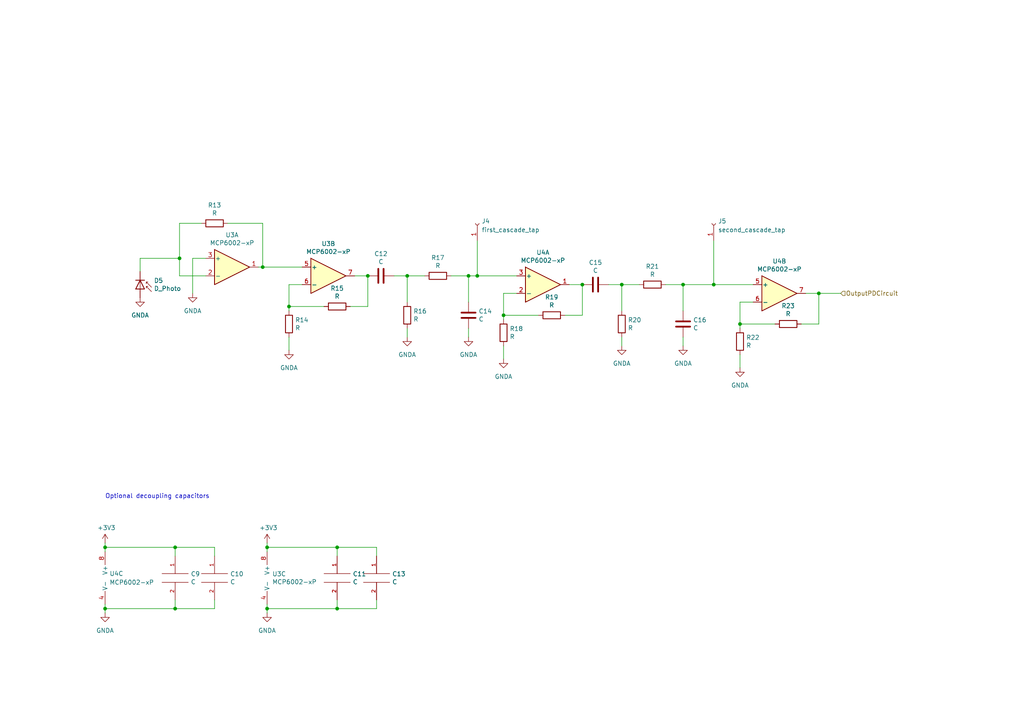
<source format=kicad_sch>
(kicad_sch (version 20211123) (generator eeschema)
  (paper "A4")
  (lib_symbols
    (symbol "Amplifier_Operational:MCP6002-xP" (pin_names (offset 0.127))
      (property "Reference" "U" (at 0 5.08 0))
      (property "Value" "MCP6002-xP" (at 0 -5.08 0))
      (symbol "MCP6002-xP_1_1"
        (polyline (pts (xy -5.08 5.08) (xy 5.08 0) (xy -5.08 -5.08) (xy -5.08 5.08)) (stroke (width 0.254)) (fill (type background)))
        (pin output line (at 7.62 0 180) (length 2.54) (name "~") (number "1"))
        (pin input line (at -7.62 -2.54 0) (length 2.54) (name "-") (number "2"))
        (pin input line (at -7.62 2.54 0) (length 2.54) (name "+") (number "3"))
      )
      (symbol "MCP6002-xP_2_1"
        (polyline (pts (xy -5.08 5.08) (xy 5.08 0) (xy -5.08 -5.08) (xy -5.08 5.08)) (stroke (width 0.254)) (fill (type background)))
        (pin input line (at -7.62 2.54 0) (length 2.54) (name "+") (number "5"))
        (pin input line (at -7.62 -2.54 0) (length 2.54) (name "-") (number "6"))
        (pin output line (at 7.62 0 180) (length 2.54) (name "~") (number "7"))
      )
      (symbol "MCP6002-xP_3_1"
        (pin power_in line (at -2.54 -7.62 90) (length 3.81) (name "V-") (number "4"))
        (pin power_in line (at -2.54 7.62 270) (length 3.81) (name "V+") (number "8"))
      )
    )
    (symbol "Connector:Conn_01x01_Female" (pin_names (offset 1.016) hide)
      (property "Reference" "J" (at 0 2.54 0))
      (property "Value" "Conn_01x01_Female" (at 0 -2.54 0))
      (symbol "Conn_01x01_Female_1_1"
        (polyline (pts (xy -1.27 0) (xy -0.508 0)) (stroke (width 0.1524)))
        (arc (start 0 0.508) (mid -0.508 0) (end 0 -0.508) (stroke (width 0.1524)))
        (pin passive line (at -5.08 0 0) (length 3.81) (name "Pin_1") (number "1"))
      )
    )
    (symbol "Device:C" (pin_numbers hide) (pin_names (offset 0.254))
      (property "Reference" "C" (at 0.635 2.54 0))
      (property "Value" "C" (at 0.635 -2.54 0))
      (symbol "C_0_1"
        (polyline (pts (xy -2.032 -0.762) (xy 2.032 -0.762)) (stroke (width 0.508)))
        (polyline (pts (xy -2.032 0.762) (xy 2.032 0.762)) (stroke (width 0.508)))
      )
      (symbol "C_1_1"
        (pin passive line (at 0 3.81 270) (length 2.794) (name "~") (number "1"))
        (pin passive line (at 0 -3.81 90) (length 2.794) (name "~") (number "2"))
      )
    )
    (symbol "Device:D_Photo" (pin_numbers hide) (pin_names hide)
      (property "Reference" "D" (at 0.508 1.778 0))
      (property "Value" "D_Photo" (at -1.016 -2.794 0))
      (symbol "D_Photo_0_1"
        (polyline (pts (xy -2.54 1.27) (xy -2.54 -1.27)) (stroke (width 0.254)))
        (polyline (pts (xy -2.032 1.778) (xy -1.524 1.778)))
        (polyline (pts (xy 0 0) (xy -2.54 0)))
        (polyline (pts (xy -0.508 3.302) (xy -2.032 1.778) (xy -2.032 2.286)))
        (polyline (pts (xy 0 -1.27) (xy 0 1.27) (xy -2.54 0) (xy 0 -1.27)) (stroke (width 0.254)))
        (polyline (pts (xy 0.762 3.302) (xy -0.762 1.778) (xy -0.762 2.286) (xy -0.762 1.778) (xy -0.254 1.778)))
      )
      (symbol "D_Photo_1_1"
        (pin passive line (at -5.08 0 0) (length 2.54) (name "K") (number "1"))
        (pin passive line (at 2.54 0 180) (length 2.54) (name "A") (number "2"))
      )
    )
    (symbol "Device:R" (pin_numbers hide) (pin_names (offset 0))
      (property "Reference" "R" (at 2.032 0 90))
      (property "Value" "R" (at 0 0 90))
      (symbol "R_0_1"
        (rectangle (start -1.016 -2.54) (end 1.016 2.54) (stroke (width 0.254)))
      )
      (symbol "R_1_1"
        (pin passive line (at 0 3.81 270) (length 1.27) (name "~") (number "1"))
        (pin passive line (at 0 -3.81 90) (length 1.27) (name "~") (number "2"))
      )
    )
    (symbol "power:+3.3V" (power) (pin_names (offset 0))
      (property "Value" "+3.3V" (at 0 3.556 0))
      (symbol "+3.3V_0_1"
        (polyline (pts (xy -0.762 1.27) (xy 0 2.54)))
        (polyline (pts (xy 0 0) (xy 0 2.54)))
        (polyline (pts (xy 0 2.54) (xy 0.762 1.27)))
      )
      (symbol "+3.3V_1_1"
        (pin power_in line (at 0 0 90) (length 0) hide (name "+3V3") (number "1"))
      )
    )
    (symbol "power:GNDA" (power) (pin_names (offset 0))
      (property "Value" "GNDA" (at 0 -3.81 0))
      (symbol "GNDA_0_1"
        (polyline (pts (xy 0 0) (xy 0 -1.27) (xy 1.27 -1.27) (xy 0 -2.54) (xy -1.27 -1.27) (xy 0 -1.27)))
      )
      (symbol "GNDA_1_1"
        (pin power_in line (at 0 0 270) (length 0) hide (name "GNDA") (number "1"))
      )
    )
    (symbol "pspice:C" (pin_names (offset 0.254))
      (property "Reference" "C" (at 2.54 3.81 90))
      (property "Value" "C" (at 2.54 -3.81 90))
      (symbol "C_0_1"
        (polyline (pts (xy -3.81 -1.27) (xy 3.81 -1.27)))
        (polyline (pts (xy -3.81 1.27) (xy 3.81 1.27)))
      )
      (symbol "C_1_1"
        (pin passive line (at 0 6.35 270) (length 5.08) (name "~") (number "1"))
        (pin passive line (at 0 -6.35 90) (length 5.08) (name "~") (number "2"))
      )
    )
  )
  (junction (at 180.34 82.55))
  (junction (at 146.05 91.44))
  (junction (at 83.82 88.9))
  (junction (at 237.49 85.09))
  (junction (at 77.47 158.75))
  (junction (at 30.48 158.75))
  (junction (at 50.8 176.53))
  (junction (at 168.91 82.55))
  (junction (at 30.48 176.53))
  (junction (at 52.07 74.93))
  (junction (at 207.01 82.55))
  (junction (at 106.68 80.01))
  (junction (at 76.2 77.47))
  (junction (at 97.79 176.53))
  (junction (at 50.8 158.75))
  (junction (at 97.79 158.75))
  (junction (at 77.47 176.53))
  (junction (at 214.63 93.98))
  (junction (at 118.11 80.01))
  (junction (at 138.43 80.01))
  (junction (at 135.89 80.01))
  (junction (at 198.12 82.55))
  (wire (pts (xy 50.8 173.99) (xy 50.8 176.53)))
  (wire (pts (xy 30.48 175.26) (xy 30.48 176.53)))
  (wire (pts (xy 106.68 80.01) (xy 102.87 80.01)))
  (wire (pts (xy 109.22 158.75) (xy 109.22 161.29)))
  (wire (pts (xy 83.82 88.9) (xy 83.82 90.17)))
  (wire (pts (xy 237.49 85.09) (xy 243.84 85.09)))
  (wire (pts (xy 52.07 80.01) (xy 59.69 80.01)))
  (wire (pts (xy 97.79 158.75) (xy 97.79 161.29)))
  (wire (pts (xy 193.04 82.55) (xy 198.12 82.55)))
  (wire (pts (xy 214.63 102.87) (xy 214.63 106.68)))
  (wire (pts (xy 214.63 93.98) (xy 214.63 95.25)))
  (wire (pts (xy 52.07 74.93) (xy 52.07 80.01)))
  (wire (pts (xy 138.43 69.85) (xy 138.43 80.01)))
  (wire (pts (xy 101.6 88.9) (xy 106.68 88.9)))
  (wire (pts (xy 52.07 74.93) (xy 52.07 64.77)))
  (wire (pts (xy 237.49 85.09) (xy 233.68 85.09)))
  (wire (pts (xy 168.91 82.55) (xy 165.1 82.55)))
  (wire (pts (xy 66.04 64.77) (xy 76.2 64.77)))
  (wire (pts (xy 130.81 80.01) (xy 135.89 80.01)))
  (wire (pts (xy 146.05 85.09) (xy 146.05 91.44)))
  (wire (pts (xy 40.64 74.93) (xy 52.07 74.93)))
  (wire (pts (xy 97.79 176.53) (xy 109.22 176.53)))
  (wire (pts (xy 207.01 69.85) (xy 207.01 82.55)))
  (wire (pts (xy 77.47 175.26) (xy 77.47 176.53)))
  (wire (pts (xy 50.8 158.75) (xy 62.23 158.75)))
  (wire (pts (xy 77.47 158.75) (xy 77.47 160.02)))
  (wire (pts (xy 198.12 97.79) (xy 198.12 100.33)))
  (wire (pts (xy 55.88 74.93) (xy 55.88 85.09)))
  (wire (pts (xy 52.07 64.77) (xy 58.42 64.77)))
  (wire (pts (xy 40.64 78.74) (xy 40.64 74.93)))
  (wire (pts (xy 135.89 95.25) (xy 135.89 97.79)))
  (wire (pts (xy 83.82 97.79) (xy 83.82 101.6)))
  (wire (pts (xy 232.41 93.98) (xy 237.49 93.98)))
  (wire (pts (xy 214.63 87.63) (xy 214.63 93.98)))
  (wire (pts (xy 77.47 176.53) (xy 97.79 176.53)))
  (wire (pts (xy 109.22 173.99) (xy 109.22 176.53)))
  (wire (pts (xy 149.86 85.09) (xy 146.05 85.09)))
  (wire (pts (xy 207.01 82.55) (xy 218.44 82.55)))
  (wire (pts (xy 55.88 74.93) (xy 59.69 74.93)))
  (wire (pts (xy 146.05 91.44) (xy 146.05 92.71)))
  (wire (pts (xy 180.34 90.17) (xy 180.34 82.55)))
  (wire (pts (xy 114.3 80.01) (xy 118.11 80.01)))
  (wire (pts (xy 50.8 158.75) (xy 50.8 161.29)))
  (wire (pts (xy 118.11 80.01) (xy 123.19 80.01)))
  (wire (pts (xy 97.79 173.99) (xy 97.79 176.53)))
  (wire (pts (xy 180.34 97.79) (xy 180.34 100.33)))
  (wire (pts (xy 106.68 88.9) (xy 106.68 80.01)))
  (wire (pts (xy 146.05 91.44) (xy 156.21 91.44)))
  (wire (pts (xy 176.53 82.55) (xy 180.34 82.55)))
  (wire (pts (xy 62.23 158.75) (xy 62.23 161.29)))
  (wire (pts (xy 198.12 82.55) (xy 207.01 82.55)))
  (wire (pts (xy 214.63 93.98) (xy 224.79 93.98)))
  (wire (pts (xy 163.83 91.44) (xy 168.91 91.44)))
  (wire (pts (xy 83.82 88.9) (xy 93.98 88.9)))
  (wire (pts (xy 180.34 82.55) (xy 185.42 82.55)))
  (wire (pts (xy 30.48 157.48) (xy 30.48 158.75)))
  (wire (pts (xy 83.82 82.55) (xy 83.82 88.9)))
  (wire (pts (xy 87.63 82.55) (xy 83.82 82.55)))
  (wire (pts (xy 118.11 95.25) (xy 118.11 97.79)))
  (wire (pts (xy 62.23 176.53) (xy 62.23 173.99)))
  (wire (pts (xy 30.48 176.53) (xy 50.8 176.53)))
  (wire (pts (xy 118.11 87.63) (xy 118.11 80.01)))
  (wire (pts (xy 168.91 91.44) (xy 168.91 82.55)))
  (wire (pts (xy 77.47 176.53) (xy 77.47 177.8)))
  (wire (pts (xy 135.89 87.63) (xy 135.89 80.01)))
  (wire (pts (xy 198.12 90.17) (xy 198.12 82.55)))
  (wire (pts (xy 30.48 158.75) (xy 50.8 158.75)))
  (wire (pts (xy 135.89 80.01) (xy 138.43 80.01)))
  (wire (pts (xy 30.48 176.53) (xy 30.48 177.8)))
  (wire (pts (xy 97.79 158.75) (xy 109.22 158.75)))
  (wire (pts (xy 138.43 80.01) (xy 149.86 80.01)))
  (wire (pts (xy 77.47 158.75) (xy 97.79 158.75)))
  (wire (pts (xy 218.44 87.63) (xy 214.63 87.63)))
  (wire (pts (xy 146.05 100.33) (xy 146.05 104.14)))
  (wire (pts (xy 76.2 77.47) (xy 74.93 77.47)))
  (wire (pts (xy 77.47 157.48) (xy 77.47 158.75)))
  (wire (pts (xy 76.2 77.47) (xy 87.63 77.47)))
  (wire (pts (xy 237.49 93.98) (xy 237.49 85.09)))
  (wire (pts (xy 30.48 158.75) (xy 30.48 160.02)))
  (wire (pts (xy 50.8 176.53) (xy 62.23 176.53)))
  (wire (pts (xy 76.2 64.77) (xy 76.2 77.47)))
  (text "Optional decoupling capacitors" (at 30.48 144.78 0) (effects (font (size 1.27 1.27)) (justify left bottom)))
  (hierarchical_label "OutputPDCircuit" (shape input) (at 243.84 85.09 0))
  (symbol (lib_id "pspice:C") (at 50.8 167.64 0) (unit 1)
    (property "Reference" "C9" (at 55.3212 166.4716 0) (effects (justify left)))
    (property "Value" "C" (at 55.3212 168.783 0) (effects (justify left)))
    (property "Footprint" "Capacitor_SMD:C_0805_2012Metric" (effects hide))
  )
  (symbol (lib_id "pspice:C") (at 62.23 167.64 0) (unit 1)
    (property "Reference" "C10" (at 66.7512 166.4716 0) (effects (justify left)))
    (property "Value" "C" (at 66.7512 168.783 0) (effects (justify left)))
    (property "Footprint" "Capacitor_SMD:C_0805_2012Metric" (effects hide))
  )
  (symbol (lib_id "pspice:C") (at 97.79 167.64 0) (unit 1)
    (property "Reference" "C11" (at 102.3112 166.4716 0) (effects (justify left)))
    (property "Value" "C" (at 102.3112 168.783 0) (effects (justify left)))
    (property "Footprint" "Capacitor_SMD:C_0805_2012Metric" (effects hide))
  )
  (symbol (lib_id "pspice:C") (at 109.22 167.64 0) (unit 1)
    (property "Reference" "C13" (at 113.7412 166.4716 0) (effects (justify left)))
    (property "Value" "C" (at 113.7412 168.783 0) (effects (justify left)))
    (property "Footprint" "Capacitor_SMD:C_0805_2012Metric" (effects hide))
  )
  (symbol (lib_id "Device:D_Photo") (at 40.64 83.82 270) (unit 1)
    (property "Reference" "D5" (at 44.6278 81.3816 90) (effects (justify left)))
    (property "Value" "D_Photo" (at 44.6278 83.693 90) (effects (justify left)))
    (property "Footprint" "Connector_PinHeader_2.54mm:PinHeader_1x02_P2.54mm_Vertical" (effects hide))
  )
  (symbol (lib_id "Amplifier_Operational:MCP6002-xP") (at 67.31 77.47 0) (unit 1)
    (property "Reference" "U3" (at 67.31 68.1482 0))
    (property "Value" "MCP6002-xP" (at 67.31 70.4596 0))
    (property "Footprint" "Package_DIP:DIP-8_W7.62mm" (effects hide))
    (property "Datasheet" "http://ww1.microchip.com/downloads/en/DeviceDoc/21733j.pdf" (effects hide))
  )
  (symbol (lib_id "Device:R") (at 62.23 64.77 270) (unit 1)
    (property "Reference" "R13" (at 62.23 59.5122 90))
    (property "Value" "R" (at 62.23 61.8236 90))
    (property "Footprint" "Resistor_SMD:R_0805_2012Metric" (effects hide))
  )
  (symbol (lib_id "Device:R") (at 83.82 93.98 0) (unit 1)
    (property "Reference" "R14" (at 85.598 92.8116 0) (effects (justify left)))
    (property "Value" "R" (at 85.598 95.123 0) (effects (justify left)))
    (property "Footprint" "Resistor_SMD:R_0805_2012Metric" (effects hide))
  )
  (symbol (lib_id "Device:R") (at 97.79 88.9 270) (unit 1)
    (property "Reference" "R15" (at 97.79 83.6422 90))
    (property "Value" "R" (at 97.79 85.9536 90))
    (property "Footprint" "Resistor_SMD:R_0805_2012Metric" (effects hide))
  )
  (symbol (lib_id "Device:C") (at 110.49 80.01 270) (unit 1)
    (property "Reference" "C12" (at 110.49 73.6092 90))
    (property "Value" "C" (at 110.49 75.9206 90))
    (property "Footprint" "Capacitor_SMD:C_0805_2012Metric" (effects hide))
  )
  (symbol (lib_id "Device:R") (at 127 80.01 270) (unit 1)
    (property "Reference" "R17" (at 127 74.7522 90))
    (property "Value" "R" (at 127 77.0636 90))
    (property "Footprint" "Resistor_SMD:R_0805_2012Metric" (effects hide))
  )
  (symbol (lib_id "Device:C") (at 135.89 91.44 0) (unit 1)
    (property "Reference" "C14" (at 138.811 90.2716 0) (effects (justify left)))
    (property "Value" "C" (at 138.811 92.583 0) (effects (justify left)))
    (property "Footprint" "Capacitor_SMD:C_0805_2012Metric" (effects hide))
  )
  (symbol (lib_id "Device:R") (at 118.11 91.44 0) (unit 1)
    (property "Reference" "R16" (at 119.888 90.2716 0) (effects (justify left)))
    (property "Value" "R" (at 119.888 92.583 0) (effects (justify left)))
    (property "Footprint" "Resistor_SMD:R_0805_2012Metric" (effects hide))
  )
  (symbol (lib_id "Device:R") (at 146.05 96.52 0) (unit 1)
    (property "Reference" "R18" (at 147.828 95.3516 0) (effects (justify left)))
    (property "Value" "R" (at 147.828 97.663 0) (effects (justify left)))
    (property "Footprint" "Resistor_SMD:R_0805_2012Metric" (effects hide))
  )
  (symbol (lib_id "Device:R") (at 160.02 91.44 270) (unit 1)
    (property "Reference" "R19" (at 160.02 86.1822 90))
    (property "Value" "R" (at 160.02 88.4936 90))
    (property "Footprint" "Resistor_SMD:R_0805_2012Metric" (effects hide))
  )
  (symbol (lib_id "Device:C") (at 172.72 82.55 270) (unit 1)
    (property "Reference" "C15" (at 172.72 76.1492 90))
    (property "Value" "C" (at 172.72 78.4606 90))
    (property "Footprint" "Capacitor_SMD:C_0805_2012Metric" (effects hide))
  )
  (symbol (lib_id "Device:R") (at 189.23 82.55 270) (unit 1)
    (property "Reference" "R21" (at 189.23 77.2922 90))
    (property "Value" "R" (at 189.23 79.6036 90))
    (property "Footprint" "Resistor_SMD:R_0805_2012Metric" (effects hide))
  )
  (symbol (lib_id "Device:C") (at 198.12 93.98 0) (unit 1)
    (property "Reference" "C16" (at 201.041 92.8116 0) (effects (justify left)))
    (property "Value" "C" (at 201.041 95.123 0) (effects (justify left)))
    (property "Footprint" "Capacitor_SMD:C_0805_2012Metric" (effects hide))
  )
  (symbol (lib_id "Device:R") (at 180.34 93.98 0) (unit 1)
    (property "Reference" "R20" (at 182.118 92.8116 0) (effects (justify left)))
    (property "Value" "R" (at 182.118 95.123 0) (effects (justify left)))
    (property "Footprint" "Resistor_SMD:R_0805_2012Metric" (effects hide))
  )
  (symbol (lib_id "Amplifier_Operational:MCP6002-xP") (at 226.06 85.09 0) (unit 2)
    (property "Reference" "U4" (at 226.06 75.7682 0))
    (property "Value" "MCP6002-xP" (at 226.06 78.0796 0))
    (property "Footprint" "Package_DIP:DIP-8_W7.62mm" (effects hide))
    (property "Datasheet" "http://ww1.microchip.com/downloads/en/DeviceDoc/21733j.pdf" (effects hide))
  )
  (symbol (lib_id "Device:R") (at 214.63 99.06 0) (unit 1)
    (property "Reference" "R22" (at 216.408 97.8916 0) (effects (justify left)))
    (property "Value" "R" (at 216.408 100.203 0) (effects (justify left)))
    (property "Footprint" "Resistor_SMD:R_0805_2012Metric" (effects hide))
  )
  (symbol (lib_id "Device:R") (at 228.6 93.98 270) (unit 1)
    (property "Reference" "R23" (at 228.6 88.7222 90))
    (property "Value" "R" (at 228.6 91.0336 90))
    (property "Footprint" "Resistor_SMD:R_0805_2012Metric" (effects hide))
  )
  (symbol (lib_id "Amplifier_Operational:MCP6002-xP") (at 95.25 80.01 0) (unit 2)
    (property "Reference" "U3" (at 95.25 70.6882 0))
    (property "Value" "MCP6002-xP" (at 95.25 72.9996 0))
    (property "Footprint" "Package_DIP:DIP-8_W7.62mm" (effects hide))
    (property "Datasheet" "http://ww1.microchip.com/downloads/en/DeviceDoc/21733j.pdf" (effects hide))
  )
  (symbol (lib_id "Amplifier_Operational:MCP6002-xP") (at 157.48 82.55 0) (unit 1)
    (property "Reference" "U4" (at 157.48 73.2282 0))
    (property "Value" "MCP6002-xP" (at 157.48 75.5396 0))
    (property "Footprint" "Package_DIP:DIP-8_W7.62mm" (effects hide))
    (property "Datasheet" "http://ww1.microchip.com/downloads/en/DeviceDoc/21733j.pdf" (effects hide))
  )
  (symbol (lib_id "Amplifier_Operational:MCP6002-xP") (at 80.01 167.64 0) (unit 3)
    (property "Reference" "U3" (at 78.9432 166.4716 0) (effects (justify left)))
    (property "Value" "MCP6002-xP" (at 78.9432 168.783 0) (effects (justify left)))
    (property "Footprint" "Package_DIP:DIP-8_W7.62mm" (effects hide))
    (property "Datasheet" "http://ww1.microchip.com/downloads/en/DeviceDoc/21733j.pdf" (effects hide))
  )
  (symbol (lib_id "power:+3.3V") (at 77.47 157.48 0) (unit 1)
    (property "Reference" "#PWR026" (effects hide))
    (property "Value" "+3.3V" (at 77.851 153.0858 0))
  )
  (symbol (lib_id "power:+3.3V") (at 30.48 157.48 0) (unit 1)
    (property "Reference" "#PWR023" (effects hide))
    (property "Value" "+3.3V" (at 30.861 153.0858 0))
  )
  (symbol (lib_id "Connector:Conn_01x01_Female") (at 138.43 64.77 90) (unit 1)
    (property "Reference" "J4" (at 139.7 64.1349 90) (effects (justify right)))
    (property "Value" "first_cascade_tap" (at 139.7 66.6749 90) (effects (justify right)))
    (property "Footprint" "Connector_PinHeader_2.54mm:PinHeader_1x01_P2.54mm_Vertical" (effects hide))
  )
  (symbol (lib_id "Connector:Conn_01x01_Female") (at 207.01 64.77 90) (unit 1)
    (property "Reference" "J5" (at 208.28 64.1349 90) (effects (justify right)))
    (property "Value" "second_cascade_tap" (at 208.28 66.6749 90) (effects (justify right)))
    (property "Footprint" "Connector_PinHeader_2.54mm:PinHeader_1x01_P2.54mm_Vertical" (effects hide))
  )
  (symbol (lib_id "power:GNDA") (at 55.88 85.09 0) (unit 1)
    (property "Reference" "#PWR022" (effects hide))
    (property "Value" "GNDA" (at 55.88 90.17 0))
  )
  (symbol (lib_id "power:GNDA") (at 135.89 97.79 0) (unit 1)
    (property "Reference" "#PWR029" (effects hide))
    (property "Value" "GNDA" (at 135.89 102.87 0))
  )
  (symbol (lib_id "power:GNDA") (at 180.34 100.33 0) (unit 1)
    (property "Reference" "#PWR031" (effects hide))
    (property "Value" "GNDA" (at 180.34 105.41 0))
  )
  (symbol (lib_id "power:GNDA") (at 146.05 104.14 0) (unit 1)
    (property "Reference" "#PWR030" (effects hide))
    (property "Value" "GNDA" (at 146.05 109.22 0))
  )
  (symbol (lib_id "power:GNDA") (at 40.64 86.36 0) (unit 1)
    (property "Reference" "#PWR021" (effects hide))
    (property "Value" "GNDA" (at 40.64 91.44 0))
  )
  (symbol (lib_id "power:GNDA") (at 30.48 177.8 0) (unit 1)
    (property "Reference" "#PWR024" (effects hide))
    (property "Value" "GNDA" (at 30.48 182.88 0))
  )
  (symbol (lib_id "power:GNDA") (at 83.82 101.6 0) (unit 1)
    (property "Reference" "#PWR025" (effects hide))
    (property "Value" "GNDA" (at 83.82 106.68 0))
  )
  (symbol (lib_id "power:GNDA") (at 198.12 100.33 0) (unit 1)
    (property "Reference" "#PWR032" (effects hide))
    (property "Value" "GNDA" (at 198.12 105.41 0))
  )
  (symbol (lib_id "power:GNDA") (at 214.63 106.68 0) (unit 1)
    (property "Reference" "#PWR033" (effects hide))
    (property "Value" "GNDA" (at 214.63 111.76 0))
  )
  (symbol (lib_id "power:GNDA") (at 77.47 177.8 0) (unit 1)
    (property "Reference" "#PWR027" (effects hide))
    (property "Value" "GNDA" (at 77.47 182.88 0))
  )
  (symbol (lib_id "Amplifier_Operational:MCP6002-xP") (at 33.02 167.64 0) (unit 3)
    (property "Reference" "U4" (at 31.75 166.3699 0) (effects (justify left)))
    (property "Value" "MCP6002-xP" (at 31.75 168.9099 0) (effects (justify left)))
    (property "Datasheet" "http://ww1.microchip.com/downloads/en/DeviceDoc/21733j.pdf" (effects hide))
  )
  (symbol (lib_id "power:GNDA") (at 118.11 97.79 0) (unit 1)
    (property "Reference" "#PWR028" (effects hide))
    (property "Value" "GNDA" (at 118.11 102.87 0))
  )
)
</source>
